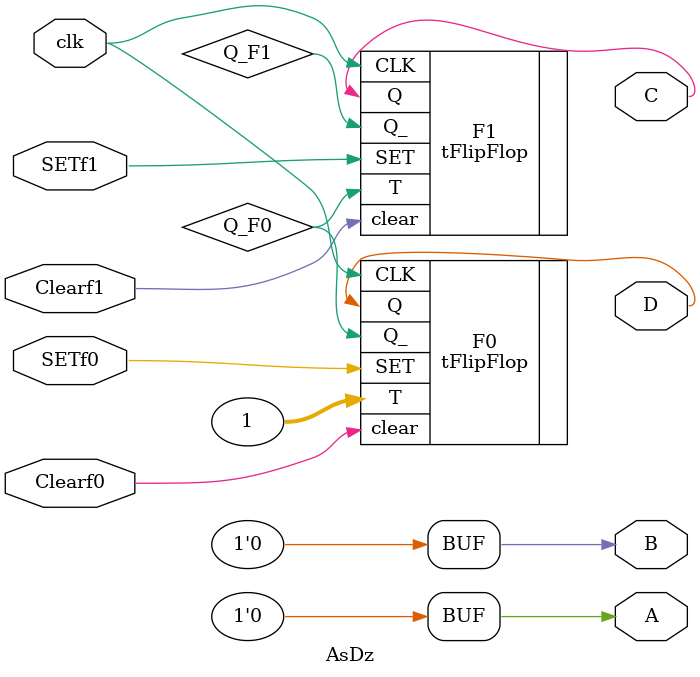
<source format=v>
module AsDz (clk, SETf0, SETf1, Clearf0, Clearf1, A, B, C, D);
	
	// Declaração de entradas e saídas
	input clk, SETf0, SETf1, Clearf0, Clearf1;
	output A, B, C, D;
	
	// Declaração de fio intermediários
	wire Q_F0, Q_F1, Q_F2;
	
	not (A, 1);
	not (B, 1);
	
	// Lógica do contador da Dezenas de segundos
	
	tFlipFlop F0(

	.T(1),
	.clear(Clearf0),
	.CLK(clk),
	.Q(D),
	.Q_(Q_F0),
	.SET(SETf0),

	);
	
	tFlipFlop F1(

	.T(Q_F0),
	.clear(Clearf1),
	.CLK(clk),
	.Q(C),
	.Q_(Q_F1),
	.SET(SETf1),

	);
	
endmodule

</source>
